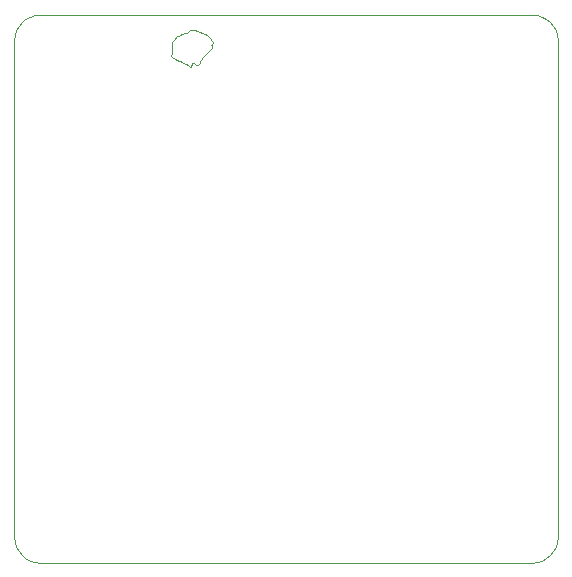
<source format=gbr>
G04 #@! TF.FileFunction,Profile,NP*
%FSLAX46Y46*%
G04 Gerber Fmt 4.6, Leading zero omitted, Abs format (unit mm)*
G04 Created by KiCad (PCBNEW 4.0.7-e0-6372~58~ubuntu16.04.1) date Sun Feb 25 16:32:52 2018*
%MOMM*%
%LPD*%
G01*
G04 APERTURE LIST*
%ADD10C,0.100000*%
G04 APERTURE END LIST*
D10*
X79267029Y-77167795D02*
X79633697Y-76969264D01*
X93230000Y-81230000D02*
X93121946Y-81151250D01*
X78317121Y-78958394D02*
X78360816Y-78522376D01*
X124326272Y-121043522D02*
X124282576Y-121479538D01*
X116956468Y-76800182D02*
X122168060Y-76800182D01*
X78947858Y-77430919D02*
X79267029Y-77167795D01*
X80039315Y-123158038D02*
X79633697Y-123032652D01*
X122168060Y-123201734D02*
X116956468Y-123201734D01*
X91768995Y-79023628D02*
X91835780Y-78916059D01*
X91718493Y-79140666D02*
X91768995Y-79023628D01*
X92816617Y-78341391D02*
X92929706Y-78320171D01*
X92715520Y-78395138D02*
X92816617Y-78341391D01*
X92140271Y-78647647D02*
X92259617Y-78579146D01*
X92029674Y-78730164D02*
X92140271Y-78647647D01*
X79633697Y-76969264D02*
X80039315Y-76843877D01*
X93005373Y-81082250D02*
X92885344Y-81019405D01*
X80039315Y-76843877D02*
X80475332Y-76800182D01*
X93302700Y-81252208D02*
X93284754Y-81261826D01*
X93322938Y-81127487D02*
X93302700Y-81252208D01*
X93336205Y-80987740D02*
X93322938Y-81127487D01*
X78486203Y-121885156D02*
X78360816Y-121479538D01*
X93969705Y-78267094D02*
X94073832Y-78301937D01*
X93874904Y-78220985D02*
X93969705Y-78267094D01*
X78317121Y-121043522D02*
X78317121Y-115782880D01*
X78317121Y-89479676D02*
X78317121Y-84219035D01*
X93025509Y-78259765D02*
X93116205Y-78190889D01*
X92929706Y-78320171D02*
X93025509Y-78259765D01*
X124157190Y-78116759D02*
X124282576Y-78522376D01*
X90898514Y-76800182D02*
X96110105Y-76800182D01*
X93699832Y-81040115D02*
X93606813Y-80973885D01*
X93793793Y-81086332D02*
X93699832Y-81040115D01*
X93891315Y-81076779D02*
X93793793Y-81086332D01*
X124326272Y-110522240D02*
X124326272Y-115782880D01*
X124326272Y-84219035D02*
X124326272Y-89479676D01*
X92392155Y-80767703D02*
X92248807Y-80700284D01*
X92485286Y-80820446D02*
X92392155Y-80767703D01*
X92603571Y-78428581D02*
X92715520Y-78395138D01*
X92490943Y-78464994D02*
X92603571Y-78428581D01*
X85686923Y-123201734D02*
X80475332Y-123201734D01*
X124326272Y-115782880D02*
X124326272Y-121043522D01*
X94175091Y-78338504D02*
X94284909Y-78383162D01*
X94073832Y-78301937D02*
X94175091Y-78338504D01*
X92885344Y-81019405D02*
X92766921Y-80959123D01*
X94144109Y-80632286D02*
X94070727Y-80737951D01*
X94288660Y-80420352D02*
X94144109Y-80632286D01*
X94451761Y-80223033D02*
X94288660Y-80420352D01*
X124157190Y-121885156D02*
X123958658Y-122251825D01*
X78317121Y-84219035D02*
X78317121Y-78958394D01*
X78317121Y-100000958D02*
X78317121Y-94740317D01*
X116956468Y-123201734D02*
X111744879Y-123201734D01*
X79267029Y-122834120D02*
X78947858Y-122570996D01*
X85686923Y-76800182D02*
X90898514Y-76800182D01*
X111744879Y-76800182D02*
X116956468Y-76800182D01*
X78317121Y-94740317D02*
X78317121Y-89479676D01*
X93213972Y-78144254D02*
X93360880Y-78138824D01*
X93116205Y-78190889D02*
X93213972Y-78144254D01*
X91927733Y-78823701D02*
X92029674Y-78730164D01*
X91835780Y-78916059D02*
X91927733Y-78823701D01*
X90898514Y-123201734D02*
X85686923Y-123201734D01*
X78317121Y-110522240D02*
X78317121Y-105261598D01*
X95067973Y-79473813D02*
X95062297Y-79592809D01*
X95019000Y-79402609D02*
X95067973Y-79473813D01*
X93244130Y-81244585D02*
X93230000Y-81230000D01*
X93263807Y-81257237D02*
X93244130Y-81244585D01*
X93284754Y-81261826D02*
X93263807Y-81257237D01*
X78317121Y-105261598D02*
X78317121Y-100000958D01*
X122604076Y-123158038D02*
X122168060Y-123201734D01*
X123376363Y-122834120D02*
X123009694Y-123032652D01*
X101321696Y-76800182D02*
X106533287Y-76800182D01*
X94397152Y-78423982D02*
X94505982Y-78472396D01*
X94284909Y-78383162D02*
X94397152Y-78423982D01*
X123695534Y-122570996D02*
X123376363Y-122834120D01*
X106533287Y-123201734D02*
X101321696Y-123201734D01*
X96110105Y-76800182D02*
X101321696Y-76800182D01*
X78947858Y-122570996D02*
X78684733Y-122251825D01*
X94628323Y-80037140D02*
X94451761Y-80223033D01*
X94813256Y-79859481D02*
X94628323Y-80037140D01*
X94896793Y-79772214D02*
X94813256Y-79859481D01*
X124326272Y-94740317D02*
X124326272Y-100000958D01*
X122604076Y-76843877D02*
X123009694Y-76969264D01*
X78317121Y-115782880D02*
X78317121Y-110522240D01*
X92387807Y-78527652D02*
X92490943Y-78464994D01*
X92259617Y-78579146D02*
X92387807Y-78527652D01*
X78360816Y-78522376D02*
X78486203Y-78116759D01*
X94992522Y-79687800D02*
X94896793Y-79772214D01*
X95062297Y-79592809D02*
X94992522Y-79687800D01*
X78684733Y-122251825D02*
X78486203Y-121885156D01*
X123376363Y-77167795D02*
X123695534Y-77430919D01*
X80475332Y-76800182D02*
X80475332Y-76800182D01*
X124282576Y-121479538D02*
X124157190Y-121885156D01*
X95034850Y-79340978D02*
X95019000Y-79402609D01*
X95087780Y-79287878D02*
X95034850Y-79340978D01*
X123958658Y-77750090D02*
X124157190Y-78116759D01*
X94605561Y-78539833D02*
X94698883Y-78614088D01*
X94505982Y-78472396D02*
X94605561Y-78539833D01*
X93964753Y-80970840D02*
X93891315Y-81076779D01*
X94017749Y-80854350D02*
X93964753Y-80970840D01*
X94070727Y-80737951D02*
X94017749Y-80854350D01*
X123958658Y-122251825D02*
X123695534Y-122570996D01*
X95150046Y-79242266D02*
X95087780Y-79287878D01*
X95131639Y-79140047D02*
X95150046Y-79242266D01*
X80475332Y-76800182D02*
X85686923Y-76800182D01*
X93508244Y-78135550D02*
X93655384Y-78138231D01*
X93360880Y-78138824D02*
X93508244Y-78135550D01*
X111744879Y-123201734D02*
X106533287Y-123201734D01*
X93385073Y-80898025D02*
X93336205Y-80987740D01*
X93512114Y-80923399D02*
X93385073Y-80898025D01*
X93606813Y-80973885D02*
X93512114Y-80923399D01*
X92107401Y-80628985D02*
X91966663Y-80556437D01*
X92248807Y-80700284D02*
X92107401Y-80628985D01*
X78360816Y-121479538D02*
X78317121Y-121043522D01*
X93121946Y-81151250D02*
X93005373Y-81082250D01*
X124326272Y-89479676D02*
X124326272Y-94740317D01*
X94794889Y-78675325D02*
X94881920Y-78745704D01*
X94698883Y-78614088D02*
X94794889Y-78675325D01*
X96110105Y-123201734D02*
X90898514Y-123201734D01*
X91825314Y-80485267D02*
X91765301Y-80458547D01*
X91966663Y-80556437D02*
X91825314Y-80485267D01*
X124326272Y-105261598D02*
X124326272Y-110522240D01*
X91701293Y-80423378D02*
X91650015Y-80377717D01*
X91765301Y-80458547D02*
X91701293Y-80423378D01*
X106533287Y-76800182D02*
X111744879Y-76800182D01*
X124282576Y-78522376D02*
X124326272Y-78958394D01*
X123009694Y-76969264D02*
X123376363Y-77167795D01*
X79633697Y-123032652D02*
X79267029Y-122834120D01*
X95081544Y-79039566D02*
X95131639Y-79140047D01*
X95015267Y-78941714D02*
X95081544Y-79039566D01*
X93801619Y-78150621D02*
X93874904Y-78220985D01*
X93655384Y-78138231D02*
X93801619Y-78150621D01*
X91675386Y-79261429D02*
X91718493Y-79140666D01*
X91651618Y-79525026D02*
X91675386Y-79261429D01*
X123695534Y-77430919D02*
X123958658Y-77750090D01*
X123009694Y-123032652D02*
X122604076Y-123158038D01*
X92579354Y-80867725D02*
X92485286Y-80820446D01*
X92673513Y-80912849D02*
X92579354Y-80867725D01*
X78486203Y-78116759D02*
X78684733Y-77750090D01*
X91640927Y-79789668D02*
X91651618Y-79525026D01*
X91635666Y-80054713D02*
X91640927Y-79789668D01*
X80475332Y-123201734D02*
X80039315Y-123158038D01*
X124326272Y-100000958D02*
X124326272Y-105261598D01*
X94948313Y-78847382D02*
X95015267Y-78941714D01*
X94881920Y-78745704D02*
X94948313Y-78847382D01*
X122168060Y-76800182D02*
X122604076Y-76843877D01*
X78684733Y-77750090D02*
X78947858Y-77430919D01*
X101321696Y-123201734D02*
X96110105Y-123201734D01*
X92766921Y-80959123D02*
X92673513Y-80912849D01*
X91628190Y-80319523D02*
X91635666Y-80054713D01*
X91650015Y-80377717D02*
X91628190Y-80319523D01*
X124326272Y-78958394D02*
X124326272Y-84219035D01*
X93230000Y-81230000D02*
X93230000Y-81230000D01*
M02*

</source>
